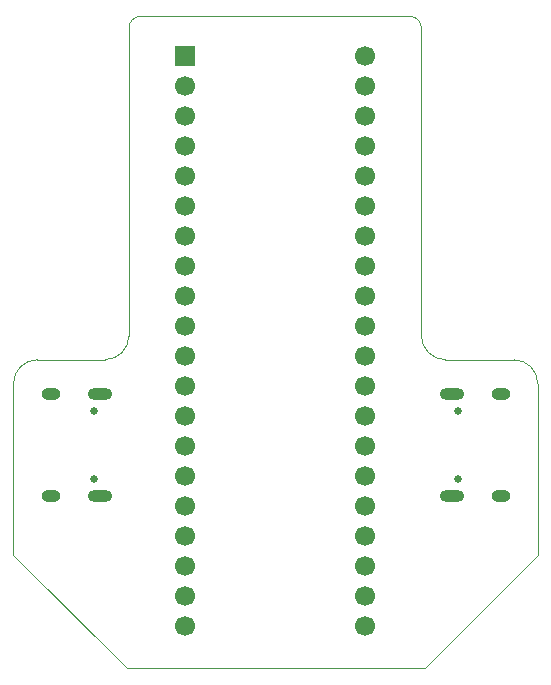
<source format=gbr>
%TF.GenerationSoftware,KiCad,Pcbnew,(5.1.10-1-10_14)*%
%TF.CreationDate,2021-07-13T06:28:44-07:00*%
%TF.ProjectId,Synapse,53796e61-7073-4652-9e6b-696361645f70,rev?*%
%TF.SameCoordinates,Original*%
%TF.FileFunction,Soldermask,Bot*%
%TF.FilePolarity,Negative*%
%FSLAX46Y46*%
G04 Gerber Fmt 4.6, Leading zero omitted, Abs format (unit mm)*
G04 Created by KiCad (PCBNEW (5.1.10-1-10_14)) date 2021-07-13 06:28:44*
%MOMM*%
%LPD*%
G01*
G04 APERTURE LIST*
%TA.AperFunction,Profile*%
%ADD10C,0.050000*%
%TD*%
%ADD11O,2.100000X1.000000*%
%ADD12C,0.650000*%
%ADD13O,1.600000X1.000000*%
%ADD14C,1.700000*%
%ADD15R,1.700000X1.700000*%
G04 APERTURE END LIST*
D10*
X163474400Y-75285600D02*
X173050200Y-65684400D01*
X138277600Y-75285600D02*
X128651000Y-65684400D01*
X171018200Y-49149000D02*
G75*
G02*
X173050200Y-51181000I0J-2032000D01*
G01*
X128651000Y-51181000D02*
G75*
G02*
X130683000Y-49149000I2032000J0D01*
G01*
X163195000Y-47117000D02*
X163195000Y-21082000D01*
X138430000Y-47117000D02*
X138430000Y-21082000D01*
X165227000Y-49149000D02*
X171018200Y-49149000D01*
X136398000Y-49149000D02*
X130683000Y-49149000D01*
X165227000Y-49149000D02*
G75*
G02*
X163195000Y-47117000I0J2032000D01*
G01*
X138430000Y-47117000D02*
G75*
G02*
X136398000Y-49149000I-2032000J0D01*
G01*
X139446000Y-20066000D02*
X162179000Y-20066000D01*
X128651000Y-65684400D02*
X128651000Y-51181000D01*
X163474400Y-75285600D02*
X138277600Y-75285600D01*
X173050200Y-51181000D02*
X173050200Y-65684400D01*
X162179000Y-20066000D02*
G75*
G02*
X163195000Y-21082000I0J-1016000D01*
G01*
X138430000Y-21082000D02*
G75*
G02*
X139446000Y-20066000I1016000J0D01*
G01*
D11*
%TO.C,USB1*%
X135972000Y-60708000D03*
X135972000Y-52068000D03*
D12*
X135442000Y-53498000D03*
D13*
X131792000Y-52068000D03*
D12*
X135442000Y-59278000D03*
D13*
X131792000Y-60708000D03*
%TD*%
D14*
%TO.C,U1*%
X158440000Y-23400000D03*
D15*
X143200000Y-23400000D03*
D14*
X158440000Y-25940000D03*
X143200000Y-25940000D03*
X158440000Y-28480000D03*
X143200000Y-28480000D03*
X158440000Y-31020000D03*
X143200000Y-31020000D03*
X158440000Y-33560000D03*
X143200000Y-33560000D03*
X158440000Y-36100000D03*
X143200000Y-36100000D03*
X158440000Y-38640000D03*
X143200000Y-38640000D03*
X158440000Y-41180000D03*
X143200000Y-41180000D03*
X158440000Y-43720000D03*
X143200000Y-43720000D03*
X158440000Y-46260000D03*
X143200000Y-46260000D03*
X158440000Y-48800000D03*
X143200000Y-48800000D03*
X158440000Y-51340000D03*
X143200000Y-51340000D03*
X158440000Y-53880000D03*
X143200000Y-53880000D03*
X158440000Y-56420000D03*
X143200000Y-56420000D03*
X158440000Y-58960000D03*
X143200000Y-58960000D03*
X158440000Y-61500000D03*
X143200000Y-61500000D03*
X158440000Y-64040000D03*
X143200000Y-64040000D03*
X158440000Y-66580000D03*
X143200000Y-66580000D03*
X158440000Y-69120000D03*
X143200000Y-69120000D03*
X158440000Y-71660000D03*
X143200000Y-71660000D03*
%TD*%
D11*
%TO.C,USB2*%
X165780000Y-52068000D03*
X165780000Y-60708000D03*
D12*
X166310000Y-59278000D03*
D13*
X169960000Y-60708000D03*
D12*
X166310000Y-53498000D03*
D13*
X169960000Y-52068000D03*
%TD*%
M02*

</source>
